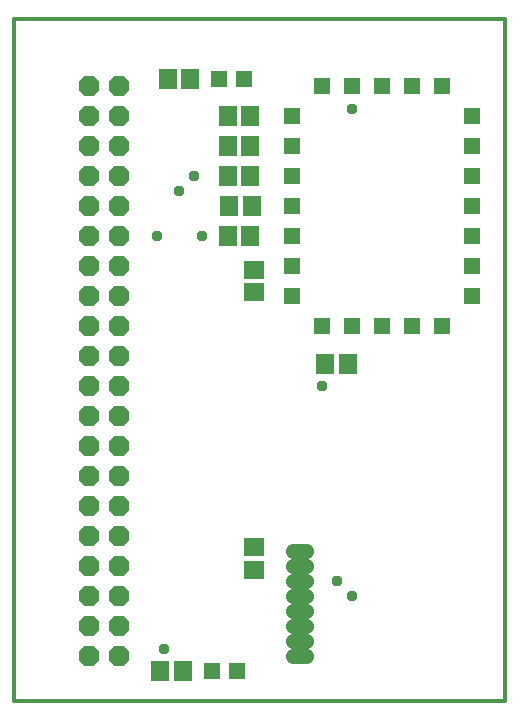
<source format=gts>
G04 EAGLE Gerber RS-274X export*
G75*
%MOMM*%
%FSLAX34Y34*%
%LPD*%
%INSolderstop Top*%
%IPPOS*%
%AMOC8*
5,1,8,0,0,1.08239X$1,22.5*%
G01*
%ADD10C,0.304800*%
%ADD11R,1.703200X1.503200*%
%ADD12R,1.353200X1.353200*%
%ADD13R,1.503200X1.703200*%
%ADD14R,1.403200X1.403200*%
%ADD15C,1.311200*%
%ADD16P,1.869504X8X292.500000*%
%ADD17C,0.959600*%


D10*
X-19050Y0D02*
X396750Y0D01*
X396750Y577750D01*
X-19050Y577750D01*
X-19050Y0D01*
D11*
X184150Y365100D03*
X184150Y346100D03*
D12*
X215900Y495300D03*
X215900Y469900D03*
X215900Y444500D03*
X215900Y419100D03*
X215900Y393700D03*
X215900Y368300D03*
X215900Y342900D03*
X241300Y317500D03*
X266700Y317500D03*
X292100Y317500D03*
X317500Y317500D03*
X342900Y317500D03*
X368300Y342900D03*
X368300Y368300D03*
X368300Y393700D03*
X368300Y419100D03*
X368300Y444500D03*
X368300Y469900D03*
X368300Y495300D03*
X342900Y520700D03*
X317500Y520700D03*
X292100Y520700D03*
X266700Y520700D03*
X241300Y520700D03*
D13*
X161950Y495300D03*
X180950Y495300D03*
X161950Y469900D03*
X180950Y469900D03*
X161950Y444500D03*
X180950Y444500D03*
X163220Y419100D03*
X182220Y419100D03*
X161950Y393700D03*
X180950Y393700D03*
X244500Y285750D03*
X263500Y285750D03*
D14*
X175600Y527050D03*
X154600Y527050D03*
D13*
X130150Y527050D03*
X111150Y527050D03*
D11*
X184150Y111150D03*
X184150Y130150D03*
D15*
X216710Y127000D02*
X227790Y127000D01*
X227790Y114300D02*
X216710Y114300D01*
X216710Y101600D02*
X227790Y101600D01*
X227790Y88900D02*
X216710Y88900D01*
X216710Y76200D02*
X227790Y76200D01*
X227790Y63500D02*
X216710Y63500D01*
X216710Y50800D02*
X227790Y50800D01*
X227790Y38100D02*
X216710Y38100D01*
D16*
X44450Y520700D03*
X69850Y520700D03*
X44450Y495300D03*
X69850Y495300D03*
X44450Y469900D03*
X69850Y469900D03*
X44450Y444500D03*
X69850Y444500D03*
X44450Y419100D03*
X69850Y419100D03*
X44450Y393700D03*
X69850Y393700D03*
X44450Y368300D03*
X69850Y368300D03*
X44450Y342900D03*
X69850Y342900D03*
X44450Y317500D03*
X69850Y317500D03*
X44450Y292100D03*
X69850Y292100D03*
X44450Y266700D03*
X69850Y266700D03*
X44450Y241300D03*
X69850Y241300D03*
X44450Y215900D03*
X69850Y215900D03*
X44450Y190500D03*
X69850Y190500D03*
X44450Y165100D03*
X69850Y165100D03*
X44450Y139700D03*
X69850Y139700D03*
X44450Y114300D03*
X69850Y114300D03*
X44450Y88900D03*
X69850Y88900D03*
X44450Y63500D03*
X69850Y63500D03*
X44450Y38100D03*
X69850Y38100D03*
D14*
X169250Y25400D03*
X148250Y25400D03*
D13*
X123800Y25400D03*
X104800Y25400D03*
D17*
X107950Y44450D03*
X266700Y501650D03*
X241300Y266700D03*
X139700Y393700D03*
X120650Y431800D03*
X133350Y444500D03*
X101600Y393700D03*
X254000Y101600D03*
X266700Y88900D03*
M02*

</source>
